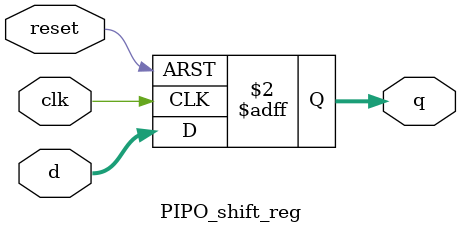
<source format=v>
module PIPO_shift_reg(
  input clk,//clock input
  input reset,
  input [7:0] d,//parallel input
  output reg [7:0] q//parallel output
);
  always@(posedge clk,posedge reset)
    begin
      if(reset)
        q=8'h0;
      else
        q=d;
    end
endmodule
  
</source>
